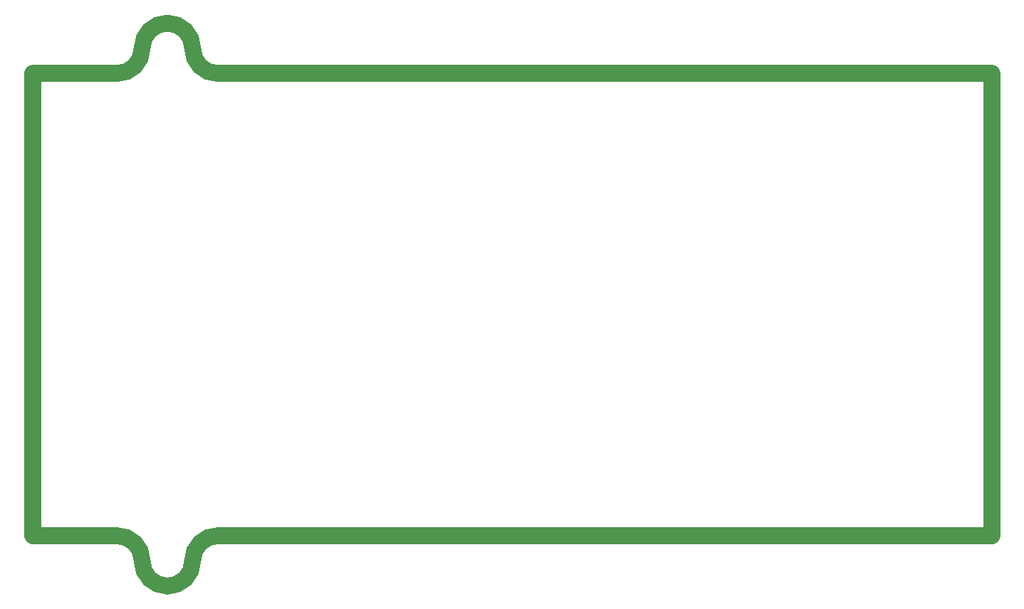
<source format=gbr>
%TF.GenerationSoftware,Altium Limited,Altium Designer,22.1.2 (22)*%
G04 Layer_Color=16711935*
%FSLAX44Y44*%
%MOMM*%
%TF.SameCoordinates,8C2134EB-3493-4012-A026-D934D4608B1A*%
%TF.FilePolarity,Positive*%
%TF.FileFunction,Keep-out,Top*%
%TF.Part,Single*%
G01*
G75*
%TA.AperFunction,NonConductor*%
%ADD30C,2.0000*%
%ADD31C,2.0000*%
D30*
X1145000Y275000D02*
G03*
X1145000Y275000I0J0D01*
G01*
X165000Y335000D02*
G03*
X135000Y305000I0J-30000D01*
G01*
X195000D02*
G03*
X165000Y335000I-30000J0D01*
G01*
X195000Y305000D02*
G03*
X225000Y275000I30000J0D01*
G01*
X105000D02*
G03*
X135000Y305000I0J30000D01*
G01*
Y-305000D02*
G03*
X105000Y-275000I-30000J0D01*
G01*
X225000D02*
G03*
X195000Y-305000I0J-30000D01*
G01*
X165000Y-335000D02*
G03*
X195000Y-305000I0J30000D01*
G01*
X135000D02*
G03*
X165000Y-335000I30000J0D01*
G01*
X225000Y-275000D02*
X1145000D01*
X5000D02*
X105000D01*
X225000Y275000D02*
X1145000D01*
X5000Y275000D02*
X105000D01*
X1145000Y-275000D02*
Y275000D01*
X5000Y253300D02*
Y275000D01*
Y-275000D02*
Y253300D01*
D31*
X105000Y275000D02*
D03*
%TF.MD5,579dca4be37cbf68d144d32b2e9cc0f6*%
M02*

</source>
